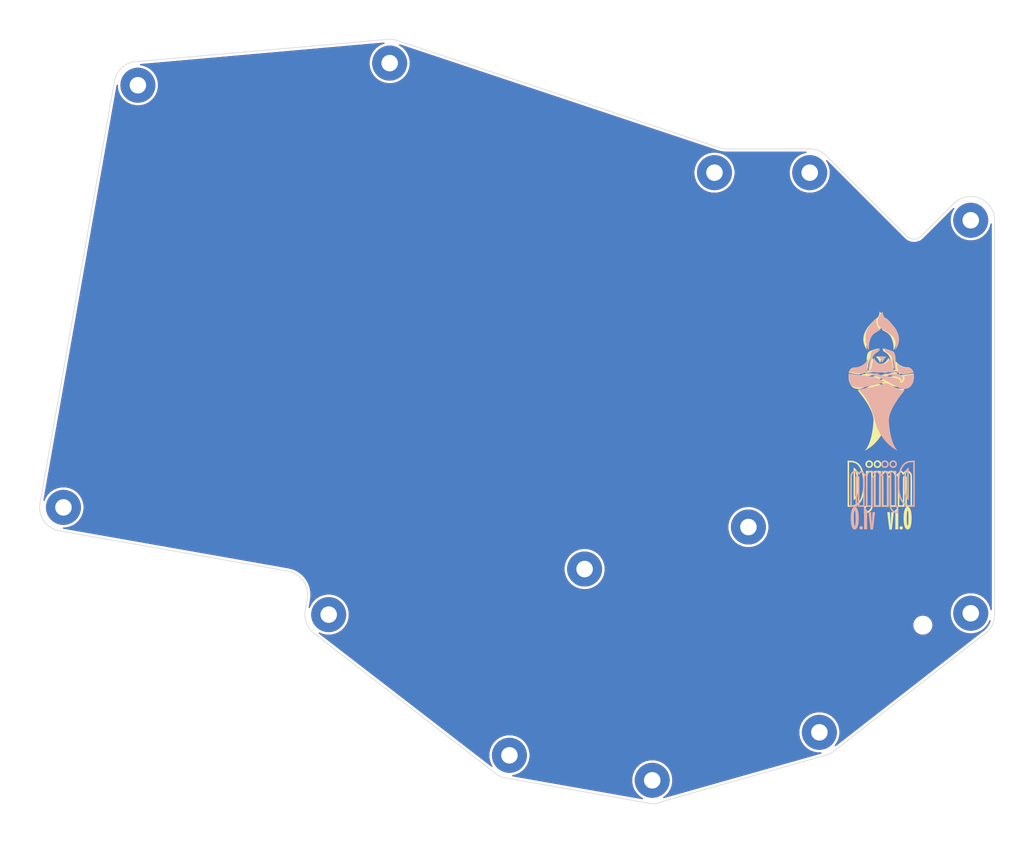
<source format=kicad_pcb>
(kicad_pcb (version 20171130) (host pcbnew "(5.1.7)-1")
  (layers (0 F.Cu signal) (31 B.Cu signal) (34 B.Paste user) (35 F.Paste user) (36 B.SilkS user) (37 F.SilkS user) (38 B.Mask user) (39 F.Mask user) (44 Edge.Cuts user))
  (net 0 "")
  (module DjinnFootprints:Djinn_BasePCB (layer F.Cu) (at 0 0)
    (fp_text reference BASE1)
    (fp_text value "Base Footprint")
    (fp_line (start 159.799839 8.538703) (end 153.245099 15.093442) (layer Edge.Cuts) (width 0.12))
    (fp_line (start 142.6385 7.315268) (end 150.416674 15.093442) (layer Edge.Cuts) (width 0.12))
    (fp_line (start 135.659223 118.173103) (end 165.712289 94.762214) (layer Edge.Cuts) (width 0.12))
    (fp_line (start 70.120878 123.423677) (end 99.392668 128.585082) (layer Edge.Cuts) (width 0.12))
    (fp_line (start -8.071867 -15.931257) (end -22.957897 68.491746) (layer Edge.Cuts) (width 0.12))
    (fp_line (start 167.929935 90.736655) (end 167.929935 11.906299) (layer Edge.Cuts) (width 0.12))
    (fp_line (start -4.24979 -19.78699) (end 46.347002 -24.257768) (layer Edge.Cuts) (width 0.12))
    (fp_line (start -19.094752 74.008892) (end 26.63437 82.072191) (layer Edge.Cuts) (width 0.12))
    (fp_line (start 30.497519 87.589337) (end 30.084048 89.934467) (layer Edge.Cuts) (width 0.12))
    (fp_line (start 31.848558 94.519398) (end 68.579175 122.853389) (layer Edge.Cuts) (width 0.12))
    (fp_line (start 48.647644 -23.992395) (end 112.602556 -2.694213) (layer Edge.Cuts) (width 0.12))
    (fp_line (start 134.336896 -0.986336) (end 142.6385 7.315268) (layer Edge.Cuts) (width 0.12))
    (fp_line (start 114.300481 -2.381262) (end 130.969298 -2.38124) (layer Edge.Cuts) (width 0.12))
    (fp_line (start 101.491514 128.129564) (end 134.240182 118.862489) (layer Edge.Cuts) (width 0.12))
    (fp_arc (start 163.167435 11.906299) (end 167.929935 11.906299) (angle -135) (layer Edge.Cuts) (width 0.12))
    (fp_arc (start 163.167436 90.736656) (end 167.929935 90.736655) (angle 57.70000316) (layer Edge.Cuts) (width 0.12))
    (fp_arc (start -18.267752 69.318746) (end -22.957897 68.491746) (angle -90) (layer Edge.Cuts) (width 0.12))
    (fp_arc (start -3.3817 -15.104253) (end -8.071867 -15.931257) (angle 69.49766911) (layer Edge.Cuts) (width 0.12))
    (fp_arc (start 46.966766 -19.525432) (end 46.347002 -24.257768) (angle 28.08206252) (layer Edge.Cuts) (width 0.12))
    (fp_arc (start 34.774194 90.761467) (end 30.084048 89.934467) (angle -62.09843128) (layer Edge.Cuts) (width 0.12))
    (fp_arc (start 25.807371 86.762339) (end 30.497519 87.589337) (angle -90) (layer Edge.Cuts) (width 0.12))
    (fp_arc (start 130.9693 2.381261) (end 130.969298 -2.38124) (angle 45) (layer Edge.Cuts) (width 0.12))
    (fp_arc (start 99.473603 123.894915) (end 99.392668 128.585082) (angle -26.46752477) (layer Edge.Cuts) (width 0.12))
    (fp_arc (start 70.919102 118.89672) (end 70.120878 123.423677) (angle 20.59956424) (layer Edge.Cuts) (width 0.12))
    (fp_arc (start 114.30048 -7.14378) (end 114.300481 -2.381262) (angle 20.88650426) (layer Edge.Cuts) (width 0.12))
    (fp_arc (start 151.830884 13.679227) (end 150.416673 15.093442) (angle -90) (layer Edge.Cuts) (width 0.12))
    (fp_arc (start 132.900881 114.30048) (end 134.240182 118.862489) (angle -19.1) (layer Edge.Cuts) (width 0.12))
    (pad ~ thru_hole circle (at 46.966766 -19.525432 350) (size 7 7) (drill 3.3) (layers *.Cu *.Mask))
    (pad ~ thru_hole circle (at 99.473603 123.894915 350) (size 7 7) (drill 3.3) (layers *.Cu *.Mask))
    (pad ~ thru_hole circle (at 163.167435 90.48788) (size 7 7) (drill 3.3) (layers *.Cu *.Mask))
    (pad ~ thru_hole circle (at 34.774198 90.761447 350) (size 7 7) (drill 3.3) (layers *.Cu *.Mask))
    (pad ~ thru_hole circle (at 163.167435 11.906299) (size 7 7) (drill 3.3) (layers *.Cu *.Mask))
    (pad 1 thru_hole circle (at 111.91922 2.381261) (size 7 7) (drill 3.3) (layers *.Cu *.Mask))
    (pad 1 thru_hole circle (at 130.9693 2.38126 270) (size 7 7) (drill 3.3) (layers *.Cu *.Mask))
    (pad ~ thru_hole circle (at 85.949668 81.650102 350) (size 7 7) (drill 3.3) (layers *.Cu *.Mask))
    (pad ~ thru_hole circle (at -3.3817 -15.104253 350) (size 7 7) (drill 3.3) (layers *.Cu *.Mask))
    (pad ~ thru_hole circle (at -18.267752 69.318746 350) (size 7 7) (drill 3.3) (layers *.Cu *.Mask))
    (pad ~ thru_hole circle (at 118.708259 73.245522) (size 7 7) (drill 3.3) (layers *.Cu *.Mask))
    (pad ~ thru_hole circle (at 70.919102 118.89672 350) (size 7 7) (drill 3.3) (layers *.Cu *.Mask))
    (pad ~ thru_hole circle (at 132.900881 114.30048 270) (size 7 7) (drill 3.3) (layers *.Cu *.Mask))
  )
  (module reversible-kicad-footprints:PushButton_4.5mm_Cutout (layer F.Cu) (at 153.59127 92.86914)
    (fp_text reference DFU1 hide)
    (fp_text value "DFU Cutout")
    (pad "" np_thru_hole circle (at 0 0) (size 2.8 2.8) (drill 2.8) (layers *.Cu *.Mask))
  )
  (module DjinnFootprints:DjinnNameVer (layer B.Cu) (at 145.25686 66.67528 180)
    (fp_text reference LOGO6 hide)
    (fp_text value "Djinn Name+Ver" hide)
  )
  (module DjinnFootprints:DjinnNameVer (layer F.Cu) (at 145.25686 66.67528)
    (fp_text reference LOGO5 hide)
    (fp_text value "Djinn Name+Ver" hide)
  )
  (module DjinnFootprints:DjinnLogo (layer B.Cu) (at 145.25686 44.05331 180)
    (fp_text reference LOGO4 hide)
    (fp_text value "Djinn Logo" hide)
  )
  (module DjinnFootprints:DjinnLogo (layer F.Cu) (at 145.25686 44.05331)
    (fp_text reference LOGO3 hide)
    (fp_text value "Djinn Logo" hide)
  )
  (zone (net 0) (net_name "") (layer F.Cu) (connect_pads (clearance 0.508)) (min_thickness 0.254) (fill yes (arc_segments 32) (thermal_gap 0.508) (thermal_bridge_width 0.508))
    (polygon (pts (xy 173.83198 140.49434) (xy -30.95638 140.49434) (xy -30.95638 -32.14701) (xy 173.83198 -32.14701)))
  )
  (zone (net 0) (net_name "") (layer B.Cu) (connect_pads (clearance 0.508)) (min_thickness 0.254) (fill yes (arc_segments 32) (thermal_gap 0.508) (thermal_bridge_width 0.508))
    (polygon (pts (xy 173.83198 140.49434) (xy -30.95638 140.49434) (xy -30.95638 -32.14701) (xy 173.83198 -32.14701)))
  )
)
</source>
